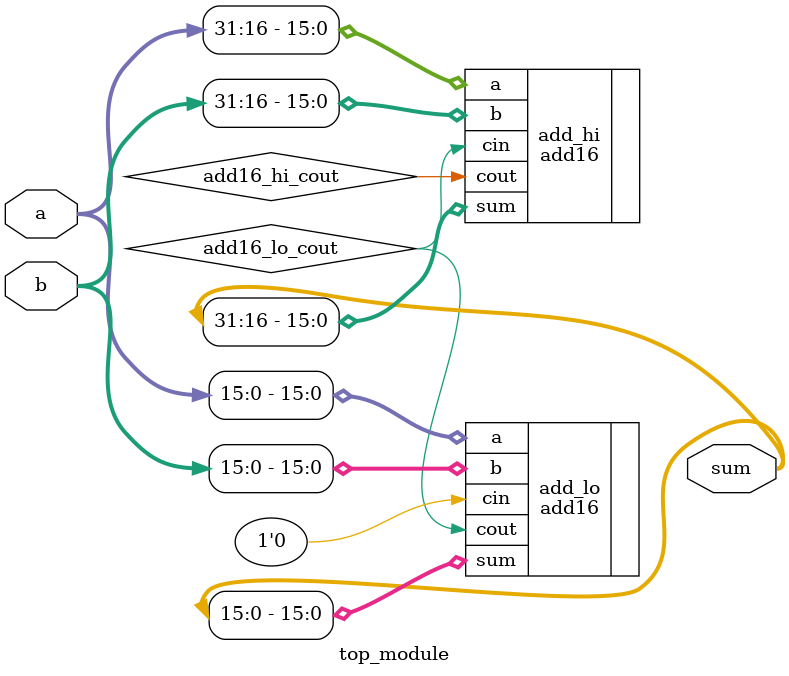
<source format=v>

module top_module(
    input [31:0] a,
    input [31:0] b,
    output [31:0] sum
);

    wire add16_lo_cout;
    wire add16_hi_cout;
    add16 add_lo (
        .a(a[15: 0]),
        .b(b[15: 0]),
        .cin(1'b0),
        .sum(sum[15:0]),
        .cout(add16_lo_cout)
    );
    add16 add_hi (
        .a(a[31:16]),
        .b(b[31:16]),
        .cin(add16_lo_cout),
        .sum(sum[31:16]),
        .cout(add16_hi_cout)
    );

endmodule

</source>
